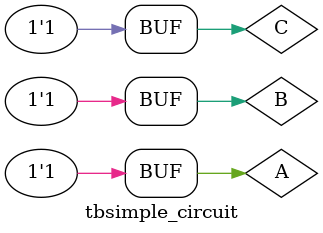
<source format=v>
module tbsimple_circuit;

reg A,B,C;
wire w1,Y;
simple_circuit M1(A,B,C,Y);

initial
begin

#10 A=1'b0;B=1'b0;C=1'b0;
#10 A=1'b0;B=1'b0;C=1'b1;
#10 A=1'b0;B=1'b1;C=1'b0;
#10 A=1'b0;B=1'b1;C=1'b1;
#10 A=1'b1;B=1'b0;C=1'b0;
#10 A=1'b1;B=1'b0;C=1'b1;
#10 A=1'b1;B=1'b1;C=1'b0;
#10 A=1'b1;B=1'b1;C=1'b1; 

end

initial
begin
					
$monitor($time,"A=%b,B=%b,C=%b,Y=%b",A,B,C,Y); 

end

initial
begin
$dumpfile("simple_circuit2.vcd");	
$dumpvars(0,tbsimple_circuit);	

end
endmodule
</source>
